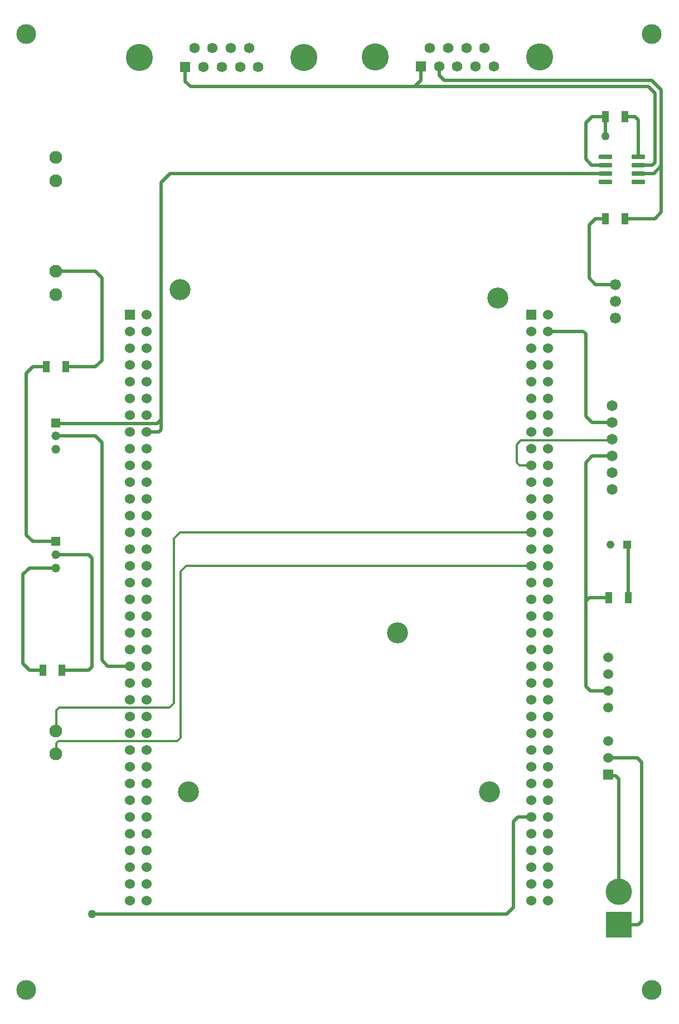
<source format=gtl>
G04*
G04 #@! TF.GenerationSoftware,Altium Limited,Altium Designer,22.8.2 (66)*
G04*
G04 Layer_Physical_Order=1*
G04 Layer_Color=255*
%FSLAX42Y42*%
%MOMM*%
G71*
G04*
G04 #@! TF.SameCoordinates,8E390A5F-EF31-4BF6-9372-B9111DFB767B*
G04*
G04*
G04 #@! TF.FilePolarity,Positive*
G04*
G01*
G75*
%ADD14R,1.13X1.77*%
G04:AMPARAMS|DCode=15|XSize=1.97mm|YSize=0.6mm|CornerRadius=0.08mm|HoleSize=0mm|Usage=FLASHONLY|Rotation=0.000|XOffset=0mm|YOffset=0mm|HoleType=Round|Shape=RoundedRectangle|*
%AMROUNDEDRECTD15*
21,1,1.97,0.45,0,0,0.0*
21,1,1.82,0.60,0,0,0.0*
1,1,0.15,0.91,-0.23*
1,1,0.15,-0.91,-0.23*
1,1,0.15,-0.91,0.23*
1,1,0.15,0.91,0.23*
%
%ADD15ROUNDEDRECTD15*%
%ADD37C,0.50*%
%ADD38C,0.35*%
%ADD39R,1.53X1.53*%
%ADD40C,1.53*%
%ADD41C,3.20*%
%ADD42C,1.95*%
%ADD43C,1.51*%
%ADD44R,1.51X1.51*%
%ADD45R,1.21X1.21*%
%ADD46C,1.21*%
%ADD47C,1.65*%
%ADD48C,3.00*%
%ADD49C,1.58*%
%ADD50R,1.58X1.58*%
%ADD51C,4.12*%
%ADD52R,1.32X1.32*%
%ADD53C,1.32*%
%ADD54C,1.68*%
%ADD55C,4.00*%
%ADD56R,4.00X4.00*%
%ADD57C,1.27*%
D14*
X9103Y6200D02*
D03*
X9397D02*
D03*
X850Y9700D02*
D03*
X556D02*
D03*
X503Y5100D02*
D03*
X797D02*
D03*
X9347Y11950D02*
D03*
X9053D02*
D03*
Y13500D02*
D03*
X9347D02*
D03*
D15*
X9547Y12890D02*
D03*
Y12764D02*
D03*
Y12636D02*
D03*
Y12510D02*
D03*
X9053D02*
D03*
Y12636D02*
D03*
Y12764D02*
D03*
Y12890D02*
D03*
D37*
X2265Y8715D02*
X2300Y8750D01*
Y8900D01*
X2242Y8842D02*
X2300Y8900D01*
Y12500D02*
X2436Y12636D01*
X2300Y8900D02*
Y12500D01*
X300Y5100D02*
X503D01*
X200Y5200D02*
Y6550D01*
Y5200D02*
X300Y5100D01*
X200Y6550D02*
X300Y6650D01*
X700D01*
X797Y5100D02*
X1200D01*
X1250Y5150D01*
Y6800D01*
X1200Y6850D02*
X1250Y6800D01*
X700Y6850D02*
X1200D01*
X8846Y8854D02*
X9150D01*
X8750Y8950D02*
Y10200D01*
Y8950D02*
X8846Y8854D01*
X8713Y10237D02*
X8750Y10200D01*
Y8250D02*
X8846Y8346D01*
X8750Y6150D02*
X8750Y8250D01*
X8750Y4850D02*
X8750Y6150D01*
X8800Y6200D01*
X9103D01*
X8750Y4850D02*
Y4850D01*
X8819Y4781D02*
X9095D01*
X8750Y4850D02*
X8819Y4781D01*
X9600Y1290D02*
Y3700D01*
X9095Y3765D02*
X9535D01*
X9600Y3700D01*
X9550Y1240D02*
X9600Y1290D01*
X9106Y3500D02*
X9200D01*
X9095Y3511D02*
X9106Y3500D01*
X9200D02*
X9250Y3450D01*
Y1740D02*
Y3450D01*
X9397Y6200D02*
Y6978D01*
X700Y8842D02*
X2242Y8842D01*
X8846Y8346D02*
X9150D01*
X850Y9700D02*
X1300D01*
X1400Y9800D02*
Y11050D01*
X1300Y9700D02*
X1400Y9800D01*
X1300Y11150D02*
X1400Y11050D01*
X700Y11150D02*
X1300D01*
X350Y9700D02*
X550D01*
X250Y9600D02*
X350Y9700D01*
X700Y8650D02*
X1300D01*
X1400Y5250D02*
X1491Y5159D01*
X1300Y8650D02*
X1400Y8550D01*
X1491Y5159D02*
X1825D01*
X1400Y5250D02*
Y8550D01*
X1250Y1400D02*
X7550Y1400D01*
X8175Y10237D02*
X8713D01*
X2436Y12636D02*
X9053D01*
X250Y7150D02*
Y9600D01*
Y7150D02*
X350Y7050D01*
X700D01*
X7550Y1400D02*
X7650Y1500D01*
Y2800D01*
X7721Y2871D01*
X7921D01*
X9053Y13203D02*
Y13500D01*
X2079Y8715D02*
X2265D01*
X9900Y12050D02*
Y12750D01*
X9800Y11950D02*
X9900Y12050D01*
X9347Y11950D02*
X9800D01*
X9250Y1240D02*
X9550D01*
X9250D02*
X9256Y1246D01*
X8800Y11050D02*
X8900Y10950D01*
X8800Y11050D02*
Y11850D01*
X8900Y10950D02*
X9200D01*
X8800Y11850D02*
X8900Y11950D01*
X9053D01*
X8836Y12764D02*
X9053D01*
X8750Y12850D02*
Y13400D01*
Y12850D02*
X8836Y12764D01*
X8750Y13400D02*
X8850Y13500D01*
X9053D01*
X9550Y12893D02*
Y13450D01*
X9547Y12890D02*
X9550Y12893D01*
X9500Y13500D02*
X9550Y13450D01*
X9347Y13500D02*
X9500D01*
X6522Y14127D02*
Y14258D01*
Y14127D02*
X6600Y14050D01*
X9750D01*
X9900Y12750D02*
Y13900D01*
X9547Y12636D02*
X9786D01*
X9900Y12750D01*
X9750Y14050D02*
X9900Y13900D01*
X9800Y12800D02*
Y13850D01*
X9547Y12764D02*
X9764D01*
X9800Y12800D01*
X9700Y13950D02*
X9800Y13850D01*
X6150Y13950D02*
X9700D01*
X6150D02*
X6246Y14046D01*
Y14258D01*
X2750Y13950D02*
X6150D01*
X2669Y14031D02*
X2750Y13950D01*
X2669Y14031D02*
Y14250D01*
D38*
X2600Y4070D02*
Y6600D01*
X2550Y4020D02*
X2600Y4070D01*
X740Y4020D02*
X2550D01*
X752Y4532D02*
X2432D01*
X710Y4185D02*
Y4490D01*
X752Y4532D01*
X710Y3835D02*
Y3990D01*
X740Y4020D01*
X700Y3825D02*
X710Y3835D01*
X2600Y6600D02*
X2681Y6681D01*
X7921D01*
X700Y4175D02*
X710Y4185D01*
X2432Y4532D02*
X2500Y4600D01*
Y7100D01*
X2589Y7189D01*
X7921D01*
X7766Y8587D02*
X9150Y8587D01*
X7700Y8250D02*
X7745Y8205D01*
X7921D01*
X7700Y8250D02*
Y8521D01*
X7766Y8587D01*
D39*
X1825Y10493D02*
D03*
X7921Y10491D02*
D03*
D40*
X2079Y10493D02*
D03*
X1825Y10239D02*
D03*
X2079D02*
D03*
X1825Y9985D02*
D03*
X2079D02*
D03*
X1825Y9731D02*
D03*
X2079D02*
D03*
X1825Y9477D02*
D03*
X2079D02*
D03*
X1825Y9223D02*
D03*
X2079D02*
D03*
X1825Y8969D02*
D03*
X2079D02*
D03*
X1825Y8715D02*
D03*
X2079D02*
D03*
X1825Y8461D02*
D03*
X2079D02*
D03*
X1825Y8207D02*
D03*
X2079D02*
D03*
X1825Y7953D02*
D03*
X2079D02*
D03*
X1825Y7699D02*
D03*
X2079D02*
D03*
X1825Y7445D02*
D03*
X2079D02*
D03*
X1825Y7191D02*
D03*
X2079D02*
D03*
X1825Y6937D02*
D03*
X2079D02*
D03*
X1825Y6683D02*
D03*
X2079D02*
D03*
X1825Y6429D02*
D03*
X2079D02*
D03*
X1825Y6175D02*
D03*
X2079D02*
D03*
X1825Y5921D02*
D03*
X2079D02*
D03*
X1825Y5667D02*
D03*
X2079D02*
D03*
X1825Y5413D02*
D03*
X2079D02*
D03*
X1825Y5159D02*
D03*
X2079D02*
D03*
X1825Y4905D02*
D03*
X2079D02*
D03*
X1825Y4651D02*
D03*
X2079D02*
D03*
X1825Y4397D02*
D03*
X2079D02*
D03*
X1825Y4143D02*
D03*
X2079D02*
D03*
X1825Y3889D02*
D03*
X2079D02*
D03*
X1825Y3635D02*
D03*
X2079D02*
D03*
X1825Y3381D02*
D03*
X2079D02*
D03*
X1825Y3127D02*
D03*
X2079D02*
D03*
X1825Y2873D02*
D03*
X2079D02*
D03*
X1825Y2619D02*
D03*
X2079D02*
D03*
X1825Y2365D02*
D03*
X2079D02*
D03*
X1825Y2111D02*
D03*
X2079D02*
D03*
X1825Y1857D02*
D03*
X2079D02*
D03*
X8175Y10491D02*
D03*
X1825Y1603D02*
D03*
X2079D02*
D03*
X7921Y10237D02*
D03*
X8175D02*
D03*
X7921Y9983D02*
D03*
X8175D02*
D03*
X7921Y9729D02*
D03*
X8175D02*
D03*
X7921Y9475D02*
D03*
X8175D02*
D03*
X7921Y9221D02*
D03*
X8175D02*
D03*
X7921Y8967D02*
D03*
X8175D02*
D03*
X7921Y8713D02*
D03*
X8175D02*
D03*
X7921Y8459D02*
D03*
X8175D02*
D03*
X7921Y8205D02*
D03*
X8175D02*
D03*
X7921Y7951D02*
D03*
X8175D02*
D03*
X7921Y7697D02*
D03*
X8175D02*
D03*
X7921Y7443D02*
D03*
X8175D02*
D03*
X7921Y7189D02*
D03*
X8175D02*
D03*
X7921Y6935D02*
D03*
X8175D02*
D03*
X7921Y6681D02*
D03*
X8175D02*
D03*
X7921Y6427D02*
D03*
X8175D02*
D03*
X7921Y6173D02*
D03*
X8175D02*
D03*
X7921Y5919D02*
D03*
X8175D02*
D03*
X7921Y5665D02*
D03*
X8175D02*
D03*
X7921Y5411D02*
D03*
X8175D02*
D03*
X7921Y5157D02*
D03*
X8175D02*
D03*
X7921Y4903D02*
D03*
X8175D02*
D03*
X7921Y4649D02*
D03*
X8175D02*
D03*
X7921Y4395D02*
D03*
X8175D02*
D03*
X7921Y4141D02*
D03*
X8175D02*
D03*
X7921Y3887D02*
D03*
X8175D02*
D03*
X7921Y3633D02*
D03*
X8175D02*
D03*
X7921Y3379D02*
D03*
X8175D02*
D03*
X7921Y3125D02*
D03*
X8175D02*
D03*
X7921Y2871D02*
D03*
X8175D02*
D03*
X7921Y2617D02*
D03*
X8175D02*
D03*
X7921Y2363D02*
D03*
X8175D02*
D03*
X7921Y2109D02*
D03*
X8175D02*
D03*
X7921Y1855D02*
D03*
X8175D02*
D03*
X7921Y1601D02*
D03*
X8175D02*
D03*
D41*
X2714Y3254D02*
D03*
X7286D02*
D03*
X7413Y10747D02*
D03*
X5889Y5667D02*
D03*
X2587Y10874D02*
D03*
D42*
X700Y3825D02*
D03*
Y4175D02*
D03*
Y12875D02*
D03*
Y12525D02*
D03*
Y10800D02*
D03*
Y11150D02*
D03*
D43*
X9095Y5289D02*
D03*
Y5035D02*
D03*
Y4781D02*
D03*
Y4527D02*
D03*
Y4019D02*
D03*
Y3765D02*
D03*
D44*
Y3511D02*
D03*
D45*
X9377Y7000D02*
D03*
D46*
X9123D02*
D03*
D47*
X9150Y9108D02*
D03*
Y8854D02*
D03*
Y8600D02*
D03*
Y7838D02*
D03*
Y8092D02*
D03*
Y8346D02*
D03*
D48*
X250Y14750D02*
D03*
X9750D02*
D03*
Y250D02*
D03*
X250D02*
D03*
D49*
X3777Y14250D02*
D03*
X3638Y14534D02*
D03*
X3500Y14250D02*
D03*
X3362Y14534D02*
D03*
X3223Y14250D02*
D03*
X3084Y14534D02*
D03*
X2946Y14250D02*
D03*
X2808Y14534D02*
D03*
X6384Y14542D02*
D03*
X6522Y14258D02*
D03*
X6661Y14542D02*
D03*
X6800Y14258D02*
D03*
X6938Y14542D02*
D03*
X7076Y14258D02*
D03*
X7215Y14542D02*
D03*
X7354Y14258D02*
D03*
D50*
X2669Y14250D02*
D03*
X6246Y14258D02*
D03*
D51*
X4472Y14392D02*
D03*
X1974D02*
D03*
X5550Y14400D02*
D03*
X8049D02*
D03*
D52*
X700Y7050D02*
D03*
Y8850D02*
D03*
D53*
Y6850D02*
D03*
Y6650D02*
D03*
Y8650D02*
D03*
Y8450D02*
D03*
D54*
X9200Y10950D02*
D03*
Y10442D02*
D03*
Y10696D02*
D03*
D55*
X9250Y1740D02*
D03*
D56*
Y1240D02*
D03*
D57*
X1250Y1400D02*
D03*
X9050Y13200D02*
D03*
M02*

</source>
